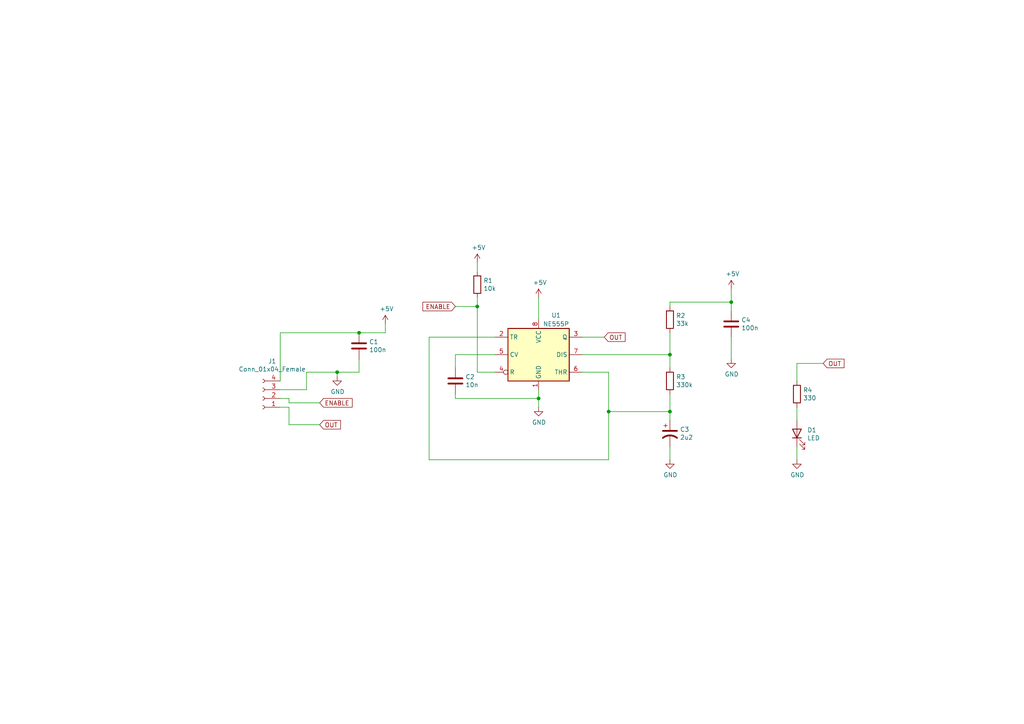
<source format=kicad_sch>
(kicad_sch (version 20211123) (generator eeschema)
  (paper "A4")
  (title_block (title "Astabile NE555") (date "2021-03-18") (company "Lucas Prati 3^A EN"))
  (lib_symbols
    (symbol "Connector:Conn_01x04_Female" (pin_names (offset 1.016) hide)
      (property "Reference" "J" (at 0 5.08 0))
      (property "Value" "Conn_01x04_Female" (at 0 -7.62 0))
      (symbol "Conn_01x04_Female_1_1"
        (arc (start 0 -4.572) (mid -0.508 -5.08) (end 0 -5.588) (stroke (width 0.1524)))
        (arc (start 0 -2.032) (mid -0.508 -2.54) (end 0 -3.048) (stroke (width 0.1524)))
        (polyline (pts (xy -1.27 -5.08) (xy -0.508 -5.08)) (stroke (width 0.1524)))
        (polyline (pts (xy -1.27 -2.54) (xy -0.508 -2.54)) (stroke (width 0.1524)))
        (polyline (pts (xy -1.27 0) (xy -0.508 0)) (stroke (width 0.1524)))
        (polyline (pts (xy -1.27 2.54) (xy -0.508 2.54)) (stroke (width 0.1524)))
        (arc (start 0 0.508) (mid -0.508 0) (end 0 -0.508) (stroke (width 0.1524)))
        (arc (start 0 3.048) (mid -0.508 2.54) (end 0 2.032) (stroke (width 0.1524)))
        (pin passive line (at -5.08 2.54 0) (length 3.81) (name "Pin_1") (number "1"))
        (pin passive line (at -5.08 0 0) (length 3.81) (name "Pin_2") (number "2"))
        (pin passive line (at -5.08 -2.54 0) (length 3.81) (name "Pin_3") (number "3"))
        (pin passive line (at -5.08 -5.08 0) (length 3.81) (name "Pin_4") (number "4"))
      )
    )
    (symbol "Device:C" (pin_numbers hide) (pin_names (offset 0.254))
      (property "Reference" "C" (at 0.635 2.54 0))
      (property "Value" "C" (at 0.635 -2.54 0))
      (symbol "C_0_1"
        (polyline (pts (xy -2.032 -0.762) (xy 2.032 -0.762)) (stroke (width 0.508)))
        (polyline (pts (xy -2.032 0.762) (xy 2.032 0.762)) (stroke (width 0.508)))
      )
      (symbol "C_1_1"
        (pin passive line (at 0 3.81 270) (length 2.794) (name "~") (number "1"))
        (pin passive line (at 0 -3.81 90) (length 2.794) (name "~") (number "2"))
      )
    )
    (symbol "Device:LED" (pin_numbers hide) (pin_names (offset 1.016) hide)
      (property "Reference" "D" (at 0 2.54 0))
      (property "Value" "LED" (at 0 -2.54 0))
      (symbol "LED_0_1"
        (polyline (pts (xy -1.27 -1.27) (xy -1.27 1.27)) (stroke (width 0.254)))
        (polyline (pts (xy -1.27 0) (xy 1.27 0)))
        (polyline (pts (xy 1.27 -1.27) (xy 1.27 1.27) (xy -1.27 0) (xy 1.27 -1.27)) (stroke (width 0.254)))
        (polyline (pts (xy -3.048 -0.762) (xy -4.572 -2.286) (xy -3.81 -2.286) (xy -4.572 -2.286) (xy -4.572 -1.524)))
        (polyline (pts (xy -1.778 -0.762) (xy -3.302 -2.286) (xy -2.54 -2.286) (xy -3.302 -2.286) (xy -3.302 -1.524)))
      )
      (symbol "LED_1_1"
        (pin passive line (at -3.81 0 0) (length 2.54) (name "K") (number "1"))
        (pin passive line (at 3.81 0 180) (length 2.54) (name "A") (number "2"))
      )
    )
    (symbol "Device:R" (pin_numbers hide) (pin_names (offset 0))
      (property "Reference" "R" (at 2.032 0 90))
      (property "Value" "R" (at 0 0 90))
      (symbol "R_0_1"
        (rectangle (start -1.016 -2.54) (end 1.016 2.54) (stroke (width 0.254)))
      )
      (symbol "R_1_1"
        (pin passive line (at 0 3.81 270) (length 1.27) (name "~") (number "1"))
        (pin passive line (at 0 -3.81 90) (length 1.27) (name "~") (number "2"))
      )
    )
    (symbol "Prati_Astabile_NE555-rescue:CP1-Device" (pin_numbers hide) (pin_names (offset 0.254) hide)
      (property "Reference" "C" (at 0.635 2.54 0))
      (property "Value" "CP1-Device" (at 0.635 -2.54 0))
      (symbol "CP1-Device_0_1"
        (polyline (pts (xy -2.032 0.762) (xy 2.032 0.762)) (stroke (width 0.508)))
        (polyline (pts (xy -1.778 2.286) (xy -0.762 2.286)))
        (polyline (pts (xy -1.27 1.778) (xy -1.27 2.794)))
        (arc (start 2.032 -1.27) (mid 0 -0.5572) (end -2.032 -1.27) (stroke (width 0.508)))
      )
      (symbol "CP1-Device_1_1"
        (pin passive line (at 0 3.81 270) (length 2.794) (name "~") (number "1"))
        (pin passive line (at 0 -3.81 90) (length 3.302) (name "~") (number "2"))
      )
    )
    (symbol "Timer:NE555P"
      (property "Reference" "U" (at -10.16 8.89 0))
      (property "Value" "NE555P" (at 2.54 8.89 0))
      (symbol "NE555P_0_0"
        (pin power_in line (at 0 -10.16 90) (length 2.54) (name "GND") (number "1"))
        (pin power_in line (at 0 10.16 270) (length 2.54) (name "VCC") (number "8"))
      )
      (symbol "NE555P_0_1"
        (rectangle (start -8.89 -7.62) (end 8.89 7.62) (stroke (width 0.254)) (fill (type background)))
        (rectangle (start -8.89 -7.62) (end 8.89 7.62) (stroke (width 0.254)) (fill (type background)))
      )
      (symbol "NE555P_1_1"
        (pin input line (at -12.7 5.08 0) (length 3.81) (name "TR") (number "2"))
        (pin output line (at 12.7 5.08 180) (length 3.81) (name "Q") (number "3"))
        (pin input inverted (at -12.7 -5.08 0) (length 3.81) (name "R") (number "4"))
        (pin input line (at -12.7 0 0) (length 3.81) (name "CV") (number "5"))
        (pin input line (at 12.7 -5.08 180) (length 3.81) (name "THR") (number "6"))
        (pin input line (at 12.7 0 180) (length 3.81) (name "DIS") (number "7"))
      )
    )
    (symbol "power:+5V" (power) (pin_names (offset 0))
      (property "Value" "+5V" (at 0 3.556 0))
      (symbol "+5V_0_1"
        (polyline (pts (xy -0.762 1.27) (xy 0 2.54)))
        (polyline (pts (xy 0 0) (xy 0 2.54)))
        (polyline (pts (xy 0 2.54) (xy 0.762 1.27)))
      )
      (symbol "+5V_1_1"
        (pin power_in line (at 0 0 90) (length 0) hide (name "+5V") (number "1"))
      )
    )
    (symbol "power:GND" (power) (pin_names (offset 0))
      (property "Value" "GND" (at 0 -3.81 0))
      (symbol "GND_0_1"
        (polyline (pts (xy 0 0) (xy 0 -1.27) (xy 1.27 -1.27) (xy 0 -2.54) (xy -1.27 -1.27) (xy 0 -1.27)))
      )
      (symbol "GND_1_1"
        (pin power_in line (at 0 0 270) (length 0) hide (name "GND") (number "1"))
      )
    )
  )
  (junction (at 156.21 115.57))
  (junction (at 97.79 107.95))
  (junction (at 212.09 87.63))
  (junction (at 104.14 96.52))
  (junction (at 194.31 119.38))
  (junction (at 138.43 88.9))
  (junction (at 176.53 119.38))
  (junction (at 194.31 102.87))
  (wire (pts (xy 212.09 87.63) (xy 212.09 83.82)))
  (wire (pts (xy 194.31 102.87) (xy 194.31 106.68)))
  (wire (pts (xy 132.08 115.57) (xy 156.21 115.57)))
  (wire (pts (xy 111.76 96.52) (xy 104.14 96.52)))
  (wire (pts (xy 212.09 97.79) (xy 212.09 104.14)))
  (wire (pts (xy 138.43 107.95) (xy 138.43 88.9)))
  (wire (pts (xy 88.9 107.95) (xy 88.9 113.03)))
  (wire (pts (xy 81.28 118.11) (xy 83.82 118.11)))
  (wire (pts (xy 81.28 115.57) (xy 83.82 115.57)))
  (wire (pts (xy 124.46 97.79) (xy 124.46 133.35)))
  (wire (pts (xy 83.82 115.57) (xy 83.82 116.84)))
  (wire (pts (xy 231.14 129.54) (xy 231.14 133.35)))
  (wire (pts (xy 132.08 88.9) (xy 138.43 88.9)))
  (wire (pts (xy 231.14 105.41) (xy 231.14 110.49)))
  (wire (pts (xy 194.31 119.38) (xy 194.31 121.92)))
  (wire (pts (xy 194.31 87.63) (xy 212.09 87.63)))
  (wire (pts (xy 132.08 102.87) (xy 143.51 102.87)))
  (wire (pts (xy 156.21 115.57) (xy 156.21 118.11)))
  (wire (pts (xy 176.53 133.35) (xy 176.53 119.38)))
  (wire (pts (xy 81.28 96.52) (xy 104.14 96.52)))
  (wire (pts (xy 143.51 97.79) (xy 124.46 97.79)))
  (wire (pts (xy 194.31 88.9) (xy 194.31 87.63)))
  (wire (pts (xy 81.28 110.49) (xy 81.28 96.52)))
  (wire (pts (xy 176.53 119.38) (xy 194.31 119.38)))
  (wire (pts (xy 231.14 118.11) (xy 231.14 121.92)))
  (wire (pts (xy 176.53 119.38) (xy 176.53 107.95)))
  (wire (pts (xy 97.79 107.95) (xy 104.14 107.95)))
  (wire (pts (xy 97.79 109.22) (xy 97.79 107.95)))
  (wire (pts (xy 83.82 116.84) (xy 92.71 116.84)))
  (wire (pts (xy 138.43 88.9) (xy 138.43 86.36)))
  (wire (pts (xy 138.43 76.2) (xy 138.43 78.74)))
  (wire (pts (xy 176.53 107.95) (xy 168.91 107.95)))
  (wire (pts (xy 97.79 107.95) (xy 88.9 107.95)))
  (wire (pts (xy 132.08 106.68) (xy 132.08 102.87)))
  (wire (pts (xy 111.76 93.98) (xy 111.76 96.52)))
  (wire (pts (xy 212.09 90.17) (xy 212.09 87.63)))
  (wire (pts (xy 238.76 105.41) (xy 231.14 105.41)))
  (wire (pts (xy 124.46 133.35) (xy 176.53 133.35)))
  (wire (pts (xy 194.31 129.54) (xy 194.31 133.35)))
  (wire (pts (xy 132.08 114.3) (xy 132.08 115.57)))
  (wire (pts (xy 194.31 114.3) (xy 194.31 119.38)))
  (wire (pts (xy 156.21 113.03) (xy 156.21 115.57)))
  (wire (pts (xy 168.91 102.87) (xy 194.31 102.87)))
  (wire (pts (xy 83.82 123.19) (xy 92.71 123.19)))
  (wire (pts (xy 88.9 113.03) (xy 81.28 113.03)))
  (wire (pts (xy 156.21 92.71) (xy 156.21 86.36)))
  (wire (pts (xy 194.31 96.52) (xy 194.31 102.87)))
  (wire (pts (xy 83.82 118.11) (xy 83.82 123.19)))
  (wire (pts (xy 104.14 107.95) (xy 104.14 104.14)))
  (wire (pts (xy 143.51 107.95) (xy 138.43 107.95)))
  (wire (pts (xy 175.26 97.79) (xy 168.91 97.79)))
  (global_label "OUT" (shape input) (at 175.26 97.79 0) (property "Intersheet References" "${INTERSHEET_REFS}" (effects hide)))
  (global_label "ENABLE" (shape input) (at 92.71 116.84 0) (property "Intersheet References" "${INTERSHEET_REFS}" (effects hide)))
  (global_label "OUT" (shape input) (at 238.76 105.41 0) (property "Intersheet References" "${INTERSHEET_REFS}" (effects hide)))
  (global_label "ENABLE" (shape input) (at 132.08 88.9 180) (property "Intersheet References" "${INTERSHEET_REFS}" (effects hide)))
  (global_label "OUT" (shape input) (at 92.71 123.19 0) (property "Intersheet References" "${INTERSHEET_REFS}" (effects hide)))
  (symbol (lib_id "power:+5V") (at 156.21 86.36 0) (unit 1)
    (property "Reference" "#PWR04" (effects hide))
    (property "Value" "+5V" (at 156.591 81.9658 0))
  )
  (symbol (lib_id "power:GND") (at 156.21 118.11 0) (unit 1)
    (property "Reference" "#PWR05" (effects hide))
    (property "Value" "GND" (at 156.337 122.5042 0))
  )
  (symbol (lib_id "power:+5V") (at 138.43 76.2 0) (unit 1)
    (property "Reference" "#PWR03" (effects hide))
    (property "Value" "+5V" (at 138.811 71.8058 0))
  )
  (symbol (lib_id "power:GND") (at 97.79 109.22 0) (unit 1)
    (property "Reference" "#PWR01" (effects hide))
    (property "Value" "GND" (at 97.917 113.6142 0))
  )
  (symbol (lib_id "power:+5V") (at 111.76 93.98 0) (unit 1)
    (property "Reference" "#PWR02" (effects hide))
    (property "Value" "+5V" (at 112.141 89.5858 0))
  )
  (symbol (lib_id "Device:C") (at 104.14 100.33 0) (unit 1)
    (property "Reference" "C1" (at 107.061 99.1616 0) (effects (justify left)))
    (property "Value" "100n" (at 107.061 101.473 0) (effects (justify left)))
    (property "Footprint" "Capacitor_THT:C_Disc_D3.8mm_W2.6mm_P2.50mm" (effects hide))
  )
  (symbol (lib_id "Device:R") (at 138.43 82.55 0) (unit 1)
    (property "Reference" "R1" (at 140.208 81.3816 0) (effects (justify left)))
    (property "Value" "10k" (at 140.208 83.693 0) (effects (justify left)))
    (property "Footprint" "Resistor_THT:R_Axial_DIN0309_L9.0mm_D3.2mm_P12.70mm_Horizontal" (effects hide))
  )
  (symbol (lib_id "Device:R") (at 194.31 92.71 0) (unit 1)
    (property "Reference" "R2" (at 196.088 91.5416 0) (effects (justify left)))
    (property "Value" "33k" (at 196.088 93.853 0) (effects (justify left)))
    (property "Footprint" "Resistor_THT:R_Axial_DIN0309_L9.0mm_D3.2mm_P12.70mm_Horizontal" (effects hide))
  )
  (symbol (lib_id "Device:R") (at 194.31 110.49 0) (unit 1)
    (property "Reference" "R3" (at 196.088 109.3216 0) (effects (justify left)))
    (property "Value" "330k" (at 196.088 111.633 0) (effects (justify left)))
    (property "Footprint" "Resistor_THT:R_Axial_DIN0309_L9.0mm_D3.2mm_P12.70mm_Horizontal" (effects hide))
  )
  (symbol (lib_id "power:GND") (at 194.31 133.35 0) (unit 1)
    (property "Reference" "#PWR06" (effects hide))
    (property "Value" "GND" (at 194.437 137.7442 0))
  )
  (symbol (lib_id "Prati_Astabile_NE555-rescue:CP1-Device") (at 194.31 125.73 0) (unit 1)
    (property "Reference" "C3" (at 197.231 124.5616 0) (effects (justify left)))
    (property "Value" "2u2" (at 197.231 126.873 0) (effects (justify left)))
    (property "Footprint" "Capacitor_THT:C_Radial_D6.3mm_H5.0mm_P2.50mm" (effects hide))
  )
  (symbol (lib_id "power:+5V") (at 212.09 83.82 0) (unit 1)
    (property "Reference" "#PWR07" (effects hide))
    (property "Value" "+5V" (at 212.471 79.4258 0))
  )
  (symbol (lib_id "Device:C") (at 212.09 93.98 0) (unit 1)
    (property "Reference" "C4" (at 215.011 92.8116 0) (effects (justify left)))
    (property "Value" "100n" (at 215.011 95.123 0) (effects (justify left)))
    (property "Footprint" "Capacitor_THT:C_Disc_D3.8mm_W2.6mm_P2.50mm" (effects hide))
  )
  (symbol (lib_id "power:GND") (at 212.09 104.14 0) (unit 1)
    (property "Reference" "#PWR08" (effects hide))
    (property "Value" "GND" (at 212.217 108.5342 0))
  )
  (symbol (lib_id "Device:R") (at 231.14 114.3 0) (unit 1)
    (property "Reference" "R4" (at 232.918 113.1316 0) (effects (justify left)))
    (property "Value" "330" (at 232.918 115.443 0) (effects (justify left)))
    (property "Footprint" "Resistor_THT:R_Axial_DIN0309_L9.0mm_D3.2mm_P12.70mm_Horizontal" (effects hide))
  )
  (symbol (lib_id "Device:LED") (at 231.14 125.73 90) (unit 1)
    (property "Reference" "D1" (at 234.1372 124.7394 90) (effects (justify right)))
    (property "Value" "LED" (at 234.1372 127.0508 90) (effects (justify right)))
    (property "Footprint" "LED_THT:LED_D3.0mm" (effects hide))
  )
  (symbol (lib_id "Connector:Conn_01x04_Female") (at 76.2 115.57 180) (unit 1)
    (property "Reference" "J1" (at 78.9432 104.775 0))
    (property "Value" "Conn_01x04_Female" (at 78.9432 107.0864 0))
    (property "Footprint" "Connector_Phoenix_MSTB:PhoenixContact_MSTBA_2,5_4-G-5,08_1x04_P5.08mm_Horizontal" (effects hide))
  )
  (symbol (lib_id "Device:C") (at 132.08 110.49 0) (unit 1)
    (property "Reference" "C2" (at 135.001 109.3216 0) (effects (justify left)))
    (property "Value" "10n" (at 135.001 111.633 0) (effects (justify left)))
    (property "Footprint" "Capacitor_THT:C_Disc_D3.0mm_W1.6mm_P2.50mm" (effects hide))
  )
  (symbol (lib_id "power:GND") (at 231.14 133.35 0) (unit 1)
    (property "Reference" "#PWR09" (effects hide))
    (property "Value" "GND" (at 231.267 137.7442 0))
  )
  (symbol (lib_id "Timer:NE555P") (at 156.21 102.87 0) (unit 1)
    (property "Reference" "U1" (at 161.29 91.44 0))
    (property "Value" "NE555P" (at 161.29 93.98 0))
    (property "Footprint" "Package_DIP:DIP-8_W7.62mm_LongPads" (effects hide))
    (property "Datasheet" "http://www.ti.com/lit/ds/symlink/ne555.pdf" (effects hide))
  )
)
</source>
